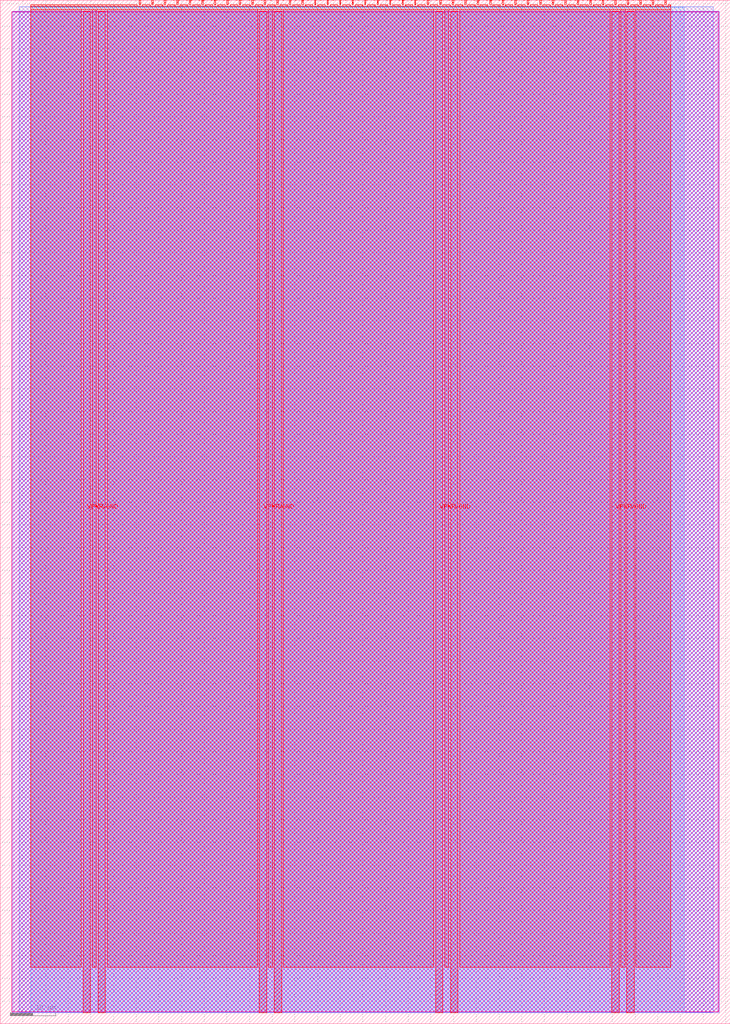
<source format=lef>
VERSION 5.7 ;
  NOWIREEXTENSIONATPIN ON ;
  DIVIDERCHAR "/" ;
  BUSBITCHARS "[]" ;
MACRO tt_um_htfab_caterpillar
  CLASS BLOCK ;
  FOREIGN tt_um_htfab_caterpillar ;
  ORIGIN 0.000 0.000 ;
  SIZE 161.000 BY 225.760 ;
  PIN VGND
    DIRECTION INOUT ;
    USE GROUND ;
    PORT
      LAYER met4 ;
        RECT 21.580 2.480 23.180 223.280 ;
    END
    PORT
      LAYER met4 ;
        RECT 60.450 2.480 62.050 223.280 ;
    END
    PORT
      LAYER met4 ;
        RECT 99.320 2.480 100.920 223.280 ;
    END
    PORT
      LAYER met4 ;
        RECT 138.190 2.480 139.790 223.280 ;
    END
  END VGND
  PIN VPWR
    DIRECTION INOUT ;
    USE POWER ;
    PORT
      LAYER met4 ;
        RECT 18.280 2.480 19.880 223.280 ;
    END
    PORT
      LAYER met4 ;
        RECT 57.150 2.480 58.750 223.280 ;
    END
    PORT
      LAYER met4 ;
        RECT 96.020 2.480 97.620 223.280 ;
    END
    PORT
      LAYER met4 ;
        RECT 134.890 2.480 136.490 223.280 ;
    END
  END VPWR
  PIN clk
    DIRECTION INPUT ;
    USE SIGNAL ;
    ANTENNAGATEAREA 0.852000 ;
    PORT
      LAYER met4 ;
        RECT 143.830 224.760 144.130 225.760 ;
    END
  END clk
  PIN ena
    DIRECTION INPUT ;
    USE SIGNAL ;
    PORT
      LAYER met4 ;
        RECT 146.590 224.760 146.890 225.760 ;
    END
  END ena
  PIN rst_n
    DIRECTION INPUT ;
    USE SIGNAL ;
    ANTENNAGATEAREA 0.196500 ;
    PORT
      LAYER met4 ;
        RECT 141.070 224.760 141.370 225.760 ;
    END
  END rst_n
  PIN ui_in[0]
    DIRECTION INPUT ;
    USE SIGNAL ;
    ANTENNAGATEAREA 0.196500 ;
    PORT
      LAYER met4 ;
        RECT 138.310 224.760 138.610 225.760 ;
    END
  END ui_in[0]
  PIN ui_in[1]
    DIRECTION INPUT ;
    USE SIGNAL ;
    ANTENNAGATEAREA 0.196500 ;
    PORT
      LAYER met4 ;
        RECT 135.550 224.760 135.850 225.760 ;
    END
  END ui_in[1]
  PIN ui_in[2]
    DIRECTION INPUT ;
    USE SIGNAL ;
    ANTENNAGATEAREA 0.196500 ;
    PORT
      LAYER met4 ;
        RECT 132.790 224.760 133.090 225.760 ;
    END
  END ui_in[2]
  PIN ui_in[3]
    DIRECTION INPUT ;
    USE SIGNAL ;
    ANTENNAGATEAREA 0.196500 ;
    PORT
      LAYER met4 ;
        RECT 130.030 224.760 130.330 225.760 ;
    END
  END ui_in[3]
  PIN ui_in[4]
    DIRECTION INPUT ;
    USE SIGNAL ;
    ANTENNAGATEAREA 0.495000 ;
    PORT
      LAYER met4 ;
        RECT 127.270 224.760 127.570 225.760 ;
    END
  END ui_in[4]
  PIN ui_in[5]
    DIRECTION INPUT ;
    USE SIGNAL ;
    PORT
      LAYER met4 ;
        RECT 124.510 224.760 124.810 225.760 ;
    END
  END ui_in[5]
  PIN ui_in[6]
    DIRECTION INPUT ;
    USE SIGNAL ;
    PORT
      LAYER met4 ;
        RECT 121.750 224.760 122.050 225.760 ;
    END
  END ui_in[6]
  PIN ui_in[7]
    DIRECTION INPUT ;
    USE SIGNAL ;
    PORT
      LAYER met4 ;
        RECT 118.990 224.760 119.290 225.760 ;
    END
  END ui_in[7]
  PIN uio_in[0]
    DIRECTION INPUT ;
    USE SIGNAL ;
    PORT
      LAYER met4 ;
        RECT 116.230 224.760 116.530 225.760 ;
    END
  END uio_in[0]
  PIN uio_in[1]
    DIRECTION INPUT ;
    USE SIGNAL ;
    PORT
      LAYER met4 ;
        RECT 113.470 224.760 113.770 225.760 ;
    END
  END uio_in[1]
  PIN uio_in[2]
    DIRECTION INPUT ;
    USE SIGNAL ;
    PORT
      LAYER met4 ;
        RECT 110.710 224.760 111.010 225.760 ;
    END
  END uio_in[2]
  PIN uio_in[3]
    DIRECTION INPUT ;
    USE SIGNAL ;
    PORT
      LAYER met4 ;
        RECT 107.950 224.760 108.250 225.760 ;
    END
  END uio_in[3]
  PIN uio_in[4]
    DIRECTION INPUT ;
    USE SIGNAL ;
    PORT
      LAYER met4 ;
        RECT 105.190 224.760 105.490 225.760 ;
    END
  END uio_in[4]
  PIN uio_in[5]
    DIRECTION INPUT ;
    USE SIGNAL ;
    PORT
      LAYER met4 ;
        RECT 102.430 224.760 102.730 225.760 ;
    END
  END uio_in[5]
  PIN uio_in[6]
    DIRECTION INPUT ;
    USE SIGNAL ;
    PORT
      LAYER met4 ;
        RECT 99.670 224.760 99.970 225.760 ;
    END
  END uio_in[6]
  PIN uio_in[7]
    DIRECTION INPUT ;
    USE SIGNAL ;
    PORT
      LAYER met4 ;
        RECT 96.910 224.760 97.210 225.760 ;
    END
  END uio_in[7]
  PIN uio_oe[0]
    DIRECTION OUTPUT ;
    USE SIGNAL ;
    PORT
      LAYER met4 ;
        RECT 49.990 224.760 50.290 225.760 ;
    END
  END uio_oe[0]
  PIN uio_oe[1]
    DIRECTION OUTPUT ;
    USE SIGNAL ;
    PORT
      LAYER met4 ;
        RECT 47.230 224.760 47.530 225.760 ;
    END
  END uio_oe[1]
  PIN uio_oe[2]
    DIRECTION OUTPUT ;
    USE SIGNAL ;
    PORT
      LAYER met4 ;
        RECT 44.470 224.760 44.770 225.760 ;
    END
  END uio_oe[2]
  PIN uio_oe[3]
    DIRECTION OUTPUT ;
    USE SIGNAL ;
    PORT
      LAYER met4 ;
        RECT 41.710 224.760 42.010 225.760 ;
    END
  END uio_oe[3]
  PIN uio_oe[4]
    DIRECTION OUTPUT ;
    USE SIGNAL ;
    PORT
      LAYER met4 ;
        RECT 38.950 224.760 39.250 225.760 ;
    END
  END uio_oe[4]
  PIN uio_oe[5]
    DIRECTION OUTPUT ;
    USE SIGNAL ;
    PORT
      LAYER met4 ;
        RECT 36.190 224.760 36.490 225.760 ;
    END
  END uio_oe[5]
  PIN uio_oe[6]
    DIRECTION OUTPUT ;
    USE SIGNAL ;
    PORT
      LAYER met4 ;
        RECT 33.430 224.760 33.730 225.760 ;
    END
  END uio_oe[6]
  PIN uio_oe[7]
    DIRECTION OUTPUT ;
    USE SIGNAL ;
    PORT
      LAYER met4 ;
        RECT 30.670 224.760 30.970 225.760 ;
    END
  END uio_oe[7]
  PIN uio_out[0]
    DIRECTION OUTPUT ;
    USE SIGNAL ;
    ANTENNADIFFAREA 1.524450 ;
    PORT
      LAYER met4 ;
        RECT 72.070 224.760 72.370 225.760 ;
    END
  END uio_out[0]
  PIN uio_out[1]
    DIRECTION OUTPUT ;
    USE SIGNAL ;
    ANTENNADIFFAREA 1.524450 ;
    PORT
      LAYER met4 ;
        RECT 69.310 224.760 69.610 225.760 ;
    END
  END uio_out[1]
  PIN uio_out[2]
    DIRECTION OUTPUT ;
    USE SIGNAL ;
    ANTENNADIFFAREA 1.524450 ;
    PORT
      LAYER met4 ;
        RECT 66.550 224.760 66.850 225.760 ;
    END
  END uio_out[2]
  PIN uio_out[3]
    DIRECTION OUTPUT ;
    USE SIGNAL ;
    ANTENNADIFFAREA 1.524450 ;
    PORT
      LAYER met4 ;
        RECT 63.790 224.760 64.090 225.760 ;
    END
  END uio_out[3]
  PIN uio_out[4]
    DIRECTION OUTPUT ;
    USE SIGNAL ;
    ANTENNADIFFAREA 1.524450 ;
    PORT
      LAYER met4 ;
        RECT 61.030 224.760 61.330 225.760 ;
    END
  END uio_out[4]
  PIN uio_out[5]
    DIRECTION OUTPUT ;
    USE SIGNAL ;
    ANTENNADIFFAREA 1.524450 ;
    PORT
      LAYER met4 ;
        RECT 58.270 224.760 58.570 225.760 ;
    END
  END uio_out[5]
  PIN uio_out[6]
    DIRECTION OUTPUT ;
    USE SIGNAL ;
    ANTENNADIFFAREA 1.524450 ;
    PORT
      LAYER met4 ;
        RECT 55.510 224.760 55.810 225.760 ;
    END
  END uio_out[6]
  PIN uio_out[7]
    DIRECTION OUTPUT ;
    USE SIGNAL ;
    PORT
      LAYER met4 ;
        RECT 52.750 224.760 53.050 225.760 ;
    END
  END uio_out[7]
  PIN uo_out[0]
    DIRECTION OUTPUT ;
    USE SIGNAL ;
    ANTENNAGATEAREA 0.742500 ;
    ANTENNADIFFAREA 0.891000 ;
    PORT
      LAYER met4 ;
        RECT 94.150 224.760 94.450 225.760 ;
    END
  END uo_out[0]
  PIN uo_out[1]
    DIRECTION OUTPUT ;
    USE SIGNAL ;
    ANTENNAGATEAREA 0.742500 ;
    ANTENNADIFFAREA 0.891000 ;
    PORT
      LAYER met4 ;
        RECT 91.390 224.760 91.690 225.760 ;
    END
  END uo_out[1]
  PIN uo_out[2]
    DIRECTION OUTPUT ;
    USE SIGNAL ;
    ANTENNAGATEAREA 0.742500 ;
    ANTENNADIFFAREA 0.891000 ;
    PORT
      LAYER met4 ;
        RECT 88.630 224.760 88.930 225.760 ;
    END
  END uo_out[2]
  PIN uo_out[3]
    DIRECTION OUTPUT ;
    USE SIGNAL ;
    ANTENNAGATEAREA 0.742500 ;
    ANTENNADIFFAREA 0.891000 ;
    PORT
      LAYER met4 ;
        RECT 85.870 224.760 86.170 225.760 ;
    END
  END uo_out[3]
  PIN uo_out[4]
    DIRECTION OUTPUT ;
    USE SIGNAL ;
    ANTENNADIFFAREA 0.795200 ;
    PORT
      LAYER met4 ;
        RECT 83.110 224.760 83.410 225.760 ;
    END
  END uo_out[4]
  PIN uo_out[5]
    DIRECTION OUTPUT ;
    USE SIGNAL ;
    ANTENNADIFFAREA 1.524450 ;
    PORT
      LAYER met4 ;
        RECT 80.350 224.760 80.650 225.760 ;
    END
  END uo_out[5]
  PIN uo_out[6]
    DIRECTION OUTPUT ;
    USE SIGNAL ;
    ANTENNADIFFAREA 1.524450 ;
    PORT
      LAYER met4 ;
        RECT 77.590 224.760 77.890 225.760 ;
    END
  END uo_out[6]
  PIN uo_out[7]
    DIRECTION OUTPUT ;
    USE SIGNAL ;
    PORT
      LAYER met4 ;
        RECT 74.830 224.760 75.130 225.760 ;
    END
  END uo_out[7]
  OBS
      LAYER nwell ;
        RECT 2.570 2.635 158.430 223.230 ;
      LAYER li1 ;
        RECT 2.760 2.635 158.240 223.125 ;
      LAYER met1 ;
        RECT 2.760 2.480 158.540 223.280 ;
      LAYER met2 ;
        RECT 4.240 2.535 157.220 224.245 ;
      LAYER met3 ;
        RECT 6.710 2.555 150.815 224.225 ;
      LAYER met4 ;
        RECT 6.735 224.360 30.270 224.760 ;
        RECT 31.370 224.360 33.030 224.760 ;
        RECT 34.130 224.360 35.790 224.760 ;
        RECT 36.890 224.360 38.550 224.760 ;
        RECT 39.650 224.360 41.310 224.760 ;
        RECT 42.410 224.360 44.070 224.760 ;
        RECT 45.170 224.360 46.830 224.760 ;
        RECT 47.930 224.360 49.590 224.760 ;
        RECT 50.690 224.360 52.350 224.760 ;
        RECT 53.450 224.360 55.110 224.760 ;
        RECT 56.210 224.360 57.870 224.760 ;
        RECT 58.970 224.360 60.630 224.760 ;
        RECT 61.730 224.360 63.390 224.760 ;
        RECT 64.490 224.360 66.150 224.760 ;
        RECT 67.250 224.360 68.910 224.760 ;
        RECT 70.010 224.360 71.670 224.760 ;
        RECT 72.770 224.360 74.430 224.760 ;
        RECT 75.530 224.360 77.190 224.760 ;
        RECT 78.290 224.360 79.950 224.760 ;
        RECT 81.050 224.360 82.710 224.760 ;
        RECT 83.810 224.360 85.470 224.760 ;
        RECT 86.570 224.360 88.230 224.760 ;
        RECT 89.330 224.360 90.990 224.760 ;
        RECT 92.090 224.360 93.750 224.760 ;
        RECT 94.850 224.360 96.510 224.760 ;
        RECT 97.610 224.360 99.270 224.760 ;
        RECT 100.370 224.360 102.030 224.760 ;
        RECT 103.130 224.360 104.790 224.760 ;
        RECT 105.890 224.360 107.550 224.760 ;
        RECT 108.650 224.360 110.310 224.760 ;
        RECT 111.410 224.360 113.070 224.760 ;
        RECT 114.170 224.360 115.830 224.760 ;
        RECT 116.930 224.360 118.590 224.760 ;
        RECT 119.690 224.360 121.350 224.760 ;
        RECT 122.450 224.360 124.110 224.760 ;
        RECT 125.210 224.360 126.870 224.760 ;
        RECT 127.970 224.360 129.630 224.760 ;
        RECT 130.730 224.360 132.390 224.760 ;
        RECT 133.490 224.360 135.150 224.760 ;
        RECT 136.250 224.360 137.910 224.760 ;
        RECT 139.010 224.360 140.670 224.760 ;
        RECT 141.770 224.360 143.430 224.760 ;
        RECT 144.530 224.360 146.190 224.760 ;
        RECT 147.290 224.360 147.825 224.760 ;
        RECT 6.735 223.680 147.825 224.360 ;
        RECT 6.735 12.415 17.880 223.680 ;
        RECT 20.280 12.415 21.180 223.680 ;
        RECT 23.580 12.415 56.750 223.680 ;
        RECT 59.150 12.415 60.050 223.680 ;
        RECT 62.450 12.415 95.620 223.680 ;
        RECT 98.020 12.415 98.920 223.680 ;
        RECT 101.320 12.415 134.490 223.680 ;
        RECT 136.890 12.415 137.790 223.680 ;
        RECT 140.190 12.415 147.825 223.680 ;
  END
END tt_um_htfab_caterpillar
END LIBRARY


</source>
